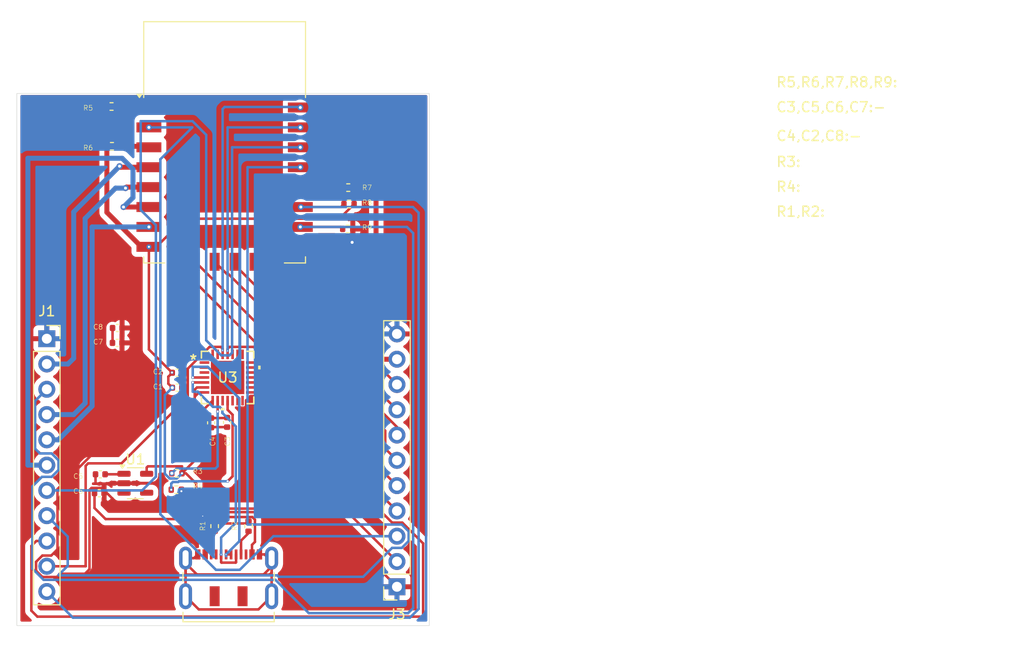
<source format=kicad_pcb>
(kicad_pcb (version 20240108) (generator "pcbnew") (generator_version "8.0")
  (layers (0 "F.Cu" signal) (31 "B.Cu" signal) (34 "B.Paste" user) (35 "F.Paste" user) (36 "B.SilkS" user "B.Silkscreen") (37 "F.SilkS" user "F.Silkscreen") (38 "B.Mask" user) (39 "F.Mask" user) (44 "Edge.Cuts" user))
  (net 0 "")
  (net 1 "Net-(C1-Pad2)")
  (net 2 "+3V3")
  (net 3 "Net-(C3-Pad2)")
  (net 4 "Net-(U3-VBUS)")
  (net 5 "Net-(U1-VIN)")
  (net 6 "Net-(C7-Pad1)")
  (net 7 "/GPIO4")
  (net 8 "/GPIO14")
  (net 9 "/GPIO5")
  (net 10 "/GPIO15")
  (net 11 "/GPIO2")
  (net 12 "/GPIO12")
  (net 13 "/RXD")
  (net 14 "/TXD")
  (net 18 "/GPIO16")
  (net 20 "/GPIO13")
  (net 22 "Net-(J2-VBUS-PadA4)")
  (net 23 "/Data+")
  (net 24 "Net-(U3-*RST)")
  (net 25 "Net-(U3-*SUSPEND)")
  (net 28 "Net-(J2-SHIELD)")
  (net 33 "Net-(U2-EN)")
  (net 34 "/Data-")
  (net 38 "Net-(J2-CC2)")
  (net 40 "GND")
  (net 41 "Net-(J2-CC1)")
  (net 42 "/GPIO0")
  (net 43 "/MISO")
  (net 44 "/ADC")
  (net 45 "/GPIO9")
  (net 48 "/CS0")
  (net 49 "/GPIO10")
  (net 50 "/MOSI")
  (net 51 "/SCLK")
  (net 52 "Net-(R1-Pad2)")
  (net 53 "/nRST")
  (footprint "Capacitor_SMD:C_0402_1005Metric" (layer "F.Cu") (at 88.77 75.75)
    (property "Reference" "C7")
    (property "Value" "1uF" (hide yes))
  )
  (footprint "footprints:QFN28_5X5_SIL" (layer "F.Cu") (at 99.850001 79.2241)
    (property "Reference" "U3")
    (property "Value" "CP2102-GM")
  )
  (footprint "Connector_PinSocket_2.54mm:PinSocket_1x11_P2.54mm_Vertical" (layer "F.Cu") (at 81.7 75.33)
    (property "Reference" "J1")
    (property "Value" "Conn_01x11_Socket")
  )
  (footprint "RF_Module:ESP-12E" (layer "F.Cu") (at 99.55 55.6)
    (property "Reference" "U2" (hide yes))
    (property "Value" "ESP-12E")
  )
  (footprint "Resistor_SMD:R_0402_1005Metric" (layer "F.Cu") (at 112.04 61.8)
    (property "Reference" "R8")
    (property "Value" "12K ohm/0402" (hide yes))
  )
  (footprint "Capacitor_SMD:C_0402_1005Metric" (layer "F.Cu") (at 98.2 83.78 90)
    (property "Reference" "C4")
    (property "Value" "0.1uF/0402" (hide yes))
  )
  (footprint "Resistor_SMD:R_0402_1005Metric" (layer "F.Cu") (at 88.24 56)
    (property "Reference" "R6")
    (property "Value" "12K ohm/0402" (hide yes))
  )
  (footprint "Resistor_SMD:R_0402_1005Metric" (layer "F.Cu") (at 94.7 90.5)
    (property "Reference" "R4")
    (property "Value" "10K ohm/0402")
  )
  (footprint "Connector_USB:USB_C_Receptacle_JAE_DX07S016JA1R1500" (layer "F.Cu") (at 99.95 100.05)
    (property "Reference" "J2" (hide yes))
    (property "Value" "USB_C_Receptacle")
  )
  (footprint "Capacitor_SMD:C_0402_1005Metric" (layer "F.Cu") (at 87.07 88.95 180)
    (property "Reference" "C5")
    (property "Value" "1uF/0402" (hide yes))
  )
  (footprint "Capacitor_SMD:C_0402_1005Metric" (layer "F.Cu") (at 94.78 80.25)
    (property "Reference" "C1")
    (property "Value" "1uF/0402" (hide yes))
  )
  (footprint "Resistor_SMD:R_0402_1005Metric" (layer "F.Cu") (at 111.91 64.3)
    (property "Reference" "R9")
    (property "Value" "12K ohm/0402")
  )
  (footprint "Resistor_SMD:R_0402_1005Metric" (layer "F.Cu") (at 98.55 94.16 90)
    (property "Reference" "R1")
    (property "Value" "5.1K ohm/0402")
  )
  (footprint "Capacitor_SMD:C_0402_1005Metric" (layer "F.Cu") (at 88.78 74.25)
    (property "Reference" "C8")
    (property "Value" "0.1 uF" (hide yes))
  )
  (footprint "Capacitor_SMD:C_0402_1005Metric" (layer "F.Cu") (at 94.77 78.75)
    (property "Reference" "C2")
    (property "Value" "0.1uF/0402")
  )
  (footprint "Capacitor_SMD:C_0402_1005Metric" (layer "F.Cu") (at 86.97 90.85)
    (property "Reference" "C6")
    (property "Value" "1uF/0402" (hide yes))
  )
  (footprint "Package_TO_SOT_SMD:SOT-23-5" (layer "F.Cu") (at 90.5875 89.85)
    (property "Reference" "U1")
    (property "Value" "MIC5504-3.3YM5")
  )
  (footprint "Resistor_SMD:R_0402_1005Metric" (layer "F.Cu") (at 94.76 88.85)
    (property "Reference" "R3")
    (property "Value" "4.7K ohm/0402")
  )
  (footprint "Resistor_SMD:R_0402_1005Metric" (layer "F.Cu") (at 111.96 60.15)
    (property "Reference" "R7")
    (property "Value" "12K ohm/0402" (hide yes))
  )
  (footprint "Capacitor_SMD:C_0402_1005Metric" (layer "F.Cu") (at 99.8 83.73 90)
    (property "Reference" "C3")
    (property "Value" "1uF/0402")
  )
  (footprint "Resistor_SMD:R_0402_1005Metric" (layer "F.Cu") (at 101.95 94.16 90)
    (property "Reference" "R2" (hide yes))
    (property "Value" "5.1K ohm/0402" (hide yes))
  )
  (footprint "Connector_PinSocket_2.54mm:PinSocket_1x11_P2.54mm_Vertical" (layer "F.Cu") (at 116.85 100.25 180)
    (property "Reference" "J3")
    (property "Value" "Conn_01x11_Socket")
  )
  (footprint "Resistor_SMD:R_0402_1005Metric" (layer "F.Cu") (at 88.2 52)
    (property "Reference" "R5")
    (property "Value" "12K ohm/0402" (hide yes))
  )
  (gr_rect (start 78.691387 50.691387) (end 120.1 104.15) (stroke (width 0.05)) (fill none) (layer "Edge.Cuts"))
  (gr_text "C4,C2,C8:-\n\n" (at 154.85 57.15 0) (layer "F.SilkS") (effects (font (size 1 1)) (justify left bottom)))
  (gr_text "C3,C5,C6,C7:-" (at 154.85 52.65 0) (layer "F.SilkS") (effects (font (size 1 1)) (justify left bottom)))
  (gr_text "R4:" (at 154.85 60.65 0) (layer "F.SilkS") (effects (font (size 1 1)) (justify left bottom)))
  (gr_text "R1,R2:" (at 154.85 63.15 0) (layer "F.SilkS") (effects (font (size 1 1)) (justify left bottom)))
  (gr_text "R5,R6,R7,R8,R9:\n" (at 154.85 50.15 0) (layer "F.SilkS") (effects (font (size 1 1)) (justify left bottom)))
  (gr_text "R3:" (at 154.85 58.15 0) (layer "F.SilkS") (effects (font (size 1 1)) (justify left bottom)))
  (gr_text "R2" (at 100.85 94.65 90) (layer "F.SilkS") (effects (font (size 0.5 0.5) (thickness 0.05)) (justify left bottom)))
  (segment (start 95.25 78.75) (end 95.25 80.24) (width 0.25) (layer "F.Cu") (net 1))
  (segment (start 95.25 80.24) (end 95.26 80.25) (width 0.25) (layer "F.Cu") (net 1))
  (segment (start 112.55 61.8) (end 111.075 63.275) (width 0.25) (layer "F.Cu") (net 2))
  (segment (start 96.55 80.45) (end 96.55 81.15) (width 0.25) (layer "F.Cu") (net 2))
  (segment (start 91.95 66.1) (end 91.95 76.41) (width 0.25) (layer "F.Cu") (net 2))
  (segment (start 94.27 78.73) (end 94.29 78.75) (width 0.25) (layer "F.Cu") (net 2))
  (segment (start 86.49 92.34) (end 87.6 93.45) (width 0.25) (layer "F.Cu") (net 2))
  (segment (start 96.9759 80.7241) (end 96.55 81.15) (width 0.25) (layer "F.Cu") (net 2))
  (segment (start 86.75 52.94) (end 86.75 55.02) (width 0.5) (layer "F.Cu") (net 2))
  (segment (start 91.725 88.275) (end 91.85 88.15) (width 0.25) (layer "F.Cu") (net 2))
  (segment (start 91.85 88.15) (end 95.27 88.15) (width 0.25) (layer "F.Cu") (net 2))
  (segment (start 111.54 92.4) (end 116.85 97.71) (width 0.25) (layer "F.Cu") (net 2))
  (segment (start 93.9 79.85) (end 94.3 80.25) (width 0.25) (layer "F.Cu") (net 2))
  (segment (start 87.73 62.63) (end 91.2 66.1) (width 0.5) (layer "F.Cu") (net 2))
  (segment (start 86.75 55.02) (end 87.73 56) (width 0.5) (layer "F.Cu") (net 2))
  (segment (start 91.2 66.1) (end 91.95 66.1) (width 0.5) (layer "F.Cu") (net 2))
  (segment (start 91.725 88.9) (end 91.725 88.275) (width 0.25) (layer "F.Cu") (net 2))
  (segment (start 94.29 78.75) (end 93.9 79.14) (width 0.25) (layer "F.Cu") (net 2))
  (segment (start 87.69 52) (end 86.75 52.94) (width 0.5) (layer "F.Cu") (net 2))
  (segment (start 93.9 79.14) (end 93.9 79.85) (width 0.25) (layer "F.Cu") (net 2))
  (segment (start 92.7 66.1) (end 91.95 66.1) (width 0.25) (layer "F.Cu") (net 2))
  (segment (start 87.6 93.45) (end 95.55 93.45) (width 0.25) (layer "F.Cu") (net 2))
  (segment (start 96.7 92.3) (end 96.8 92.4) (width 0.25) (layer "F.Cu") (net 2))
  (segment (start 96.775899 80.224101) (end 96.55 80.45) (width 0.25) (layer "F.Cu") (net 2))
  (segment (start 96.8 92.4) (end 111.54 92.4) (width 0.25) (layer "F.Cu") (net 2))
  (segment (start 86.49 90.85) (end 86.49 92.34) (width 0.25) (layer "F.Cu") (net 2))
  (segment (start 111.075 63.275) (end 95.525 63.275) (width 0.25) (layer "F.Cu") (net 2))
  (segment (start 95.55 93.45) (end 96.7 92.3) (width 0.25) (layer "F.Cu") (net 2))
  (segment (start 95.525 63.275) (end 92.7 66.1) (width 0.25) (layer "F.Cu") (net 2))
  (segment (start 96.7 89.89) (end 95.66 88.85) (width 0.25) (layer "F.Cu") (net 2))
  (segment (start 97.525901 80.224101) (end 96.775899 80.224101) (width 0.25) (layer "F.Cu") (net 2))
  (segment (start 87.73 56) (end 87.73 62.63) (width 0.5) (layer "F.Cu") (net 2))
  (segment (start 96.55 87.57) (end 95.27 88.85) (width 0.25) (layer "F.Cu") (net 2))
  (segment (start 95.66 88.85) (end 95.27 88.85) (width 0.25) (layer "F.Cu") (net 2))
  (segment (start 96.7 92.3) (end 96.7 89.89) (width 0.25) (layer "F.Cu") (net 2))
  (segment (start 95.27 88.15) (end 95.27 88.85) (width 0.25) (layer "F.Cu") (net 2))
  (segment (start 97.525901 80.7241) (end 96.9759 80.7241) (width 0.25) (layer "F.Cu") (net 2))
  (segment (start 96.55 81.15) (end 96.55 87.57) (width 0.25) (layer "F.Cu") (net 2))
  (segment (start 91.95 76.41) (end 94.27 78.73) (width 0.25) (layer "F.Cu") (net 2))
  (via (at 94.27 78.73) (size 0.3) (drill 0.2) (layers "F.Cu" "B.Cu") (net 2))
  (via (at 95.27 88.85) (size 0.3) (drill 0.2) (layers "F.Cu" "B.Cu") (net 2))
  (via (at 116.85 97.71) (size 0.6) (drill 0.3) (layers "F.Cu" "B.Cu") (net 2))
  (via (at 94.3 80.25) (size 0.5) (drill 0.3) (layers "F.Cu" "B.Cu") (net 2))
  (via (at 91.95 66.1) (size 0.5) (drill 0.2) (layers "F.Cu" "B.Cu") (net 2))
  (segment (start 94.3 80.25) (end 93.55 81) (width 0.25) (layer "B.Cu") (net 2))
  (segment (start 94.745 89.375) (end 95.27 88.85) (width 0.25) (layer "B.Cu") (net 2))
  (segment (start 93.55 81) (end 93.55 88.892463) (width 0.25) (layer "B.Cu") (net 2))
  (segment (start 93.55 88.892463) (end 94.032537 89.375) (width 0.25) (layer "B.Cu") (net 2))
  (segment (start 94.032537 89.375) (end 94.745 89.375) (width 0.25) (layer "B.Cu") (net 2))
  (segment (start 99.75 83.3) (end 99.8 83.25) (width 0.25) (layer "F.Cu") (net 3))
  (segment (start 98.2 83.3) (end 99.75 83.3) (width 0.25) (layer "F.Cu") (net 3))
  (segment (start 98.350001 81.5482) (end 97.565 82.333201) (width 0.25) (layer "F.Cu") (net 4))
  (segment (start 97.565 84.265) (end 97.75 84.45) (width 0.25) (layer "F.Cu") (net 4))
  (segment (start 98.25 84.21) (end 98.2 84.26) (width 0.25) (layer "F.Cu") (net 4))
  (segment (start 99.8 84.21) (end 98.25 84.21) (width 0.25) (layer "F.Cu") (net 4))
  (segment (start 97.565 82.333201) (end 97.565 84.265) (width 0.25) (layer "F.Cu") (net 4))
  (segment (start 97.75 84.45) (end 98.01 84.45) (width 0.25) (layer "F.Cu") (net 4))
  (segment (start 98.01 84.45) (end 98.2 84.26) (width 0.25) (layer "F.Cu") (net 4))
  (segment (start 89.4 88.95) (end 89.45 88.9) (width 0.25) (layer "F.Cu") (net 5))
  (segment (start 87.55 88.95) (end 89.4 88.95) (width 0.25) (layer "F.Cu") (net 5))
  (segment (start 88.3 74.25) (end 88.3 75.74) (width 0.25) (layer "F.Cu") (net 6))
  (segment (start 88.3 75.74) (end 88.29 75.75) (width 0.25) (layer "F.Cu") (net 6))
  (via (at 107.15 58.1) (size 0.6) (drill 0.3) (layers "F.Cu" "B.Cu") (net 7))
  (via (at 81.7 93.11) (size 0.6) (drill 0.3) (layers "F.Cu" "B.Cu") (net 7))
  (segment (start 117.336701 93.995) (end 118.025 94.683299) (width 0.25) (layer "B.Cu") (net 7))
  (segment (start 117.336701 96.345) (end 116.363299 96.345) (width 0.25) (layer "B.Cu") (net 7))
  (segment (start 101.85 58.1) (end 101.85 93.995) (width 0.25) (layer "B.Cu") (net 7))
  (segment (start 116.363299 96.345) (end 113.458299 99.25) (width 0.25) (layer "B.Cu") (net 7))
  (segment (start 101.85 93.995) (end 117.336701 93.995) (width 0.25) (layer "B.Cu") (net 7))
  (segment (start 83.8 95.21) (end 81.7 93.11) (width 0.25) (layer "B.Cu") (net 7))
  (segment (start 118.025 95.656701) (end 117.336701 96.345) (width 0.25) (layer "B.Cu") (net 7))
  (segment (start 82.875 99.075) (end 83.8 98.15) (width 0.25) (layer "B.Cu") (net 7))
  (segment (start 107.15 58.1) (end 101.85 58.1) (width 0.25) (layer "B.Cu") (net 7))
  (segment (start 104.840254 99.105) (end 82.905 99.105) (width 0.25) (layer "B.Cu") (net 7))
  (segment (start 82.905 99.105) (end 82.875 99.075) (width 0.25) (layer "B.Cu") (net 7))
  (segment (start 83.8 98.15) (end 83.8 95.21) (width 0.25) (layer "B.Cu") (net 7))
  (segment (start 113.458299 99.25) (end 104.985254 99.25) (width 0.25) (layer "B.Cu") (net 7))
  (segment (start 104.985254 99.25) (end 104.840254 99.105) (width 0.25) (layer "B.Cu") (net 7))
  (segment (start 118.025 94.683299) (end 118.025 95.656701) (width 0.25) (layer "B.Cu") (net 7))
  (segment (start 91.95 60.1) (end 89.7 60.1) (width 0.5) (layer "F.Cu") (net 8))
  (segment (start 89.7 60.1) (end 89.6 60.2) (width 0.5) (layer "F.Cu") (net 8))
  (via (at 89.6 60.2) (size 0.6) (drill 0.3) (layers "F.Cu" "B.Cu") (net 8))
  (via (at 81.7 82.95) (size 0.6) (drill 0.3) (layers "F.Cu" "B.Cu") (net 8))
  (segment (start 88.6 60.2) (end 85.55 63.25) (width 0.5) (layer "B.Cu") (net 8))
  (segment (start 84.4 82.95) (end 81.7 82.95) (width 0.5) (layer "B.Cu") (net 8))
  (segment (start 85.55 63.25) (end 85.55 81.8) (width 0.5) (layer "B.Cu") (net 8))
  (segment (start 85.55 81.8) (end 84.4 82.95) (width 0.5) (layer "B.Cu") (net 8))
  (segment (start 89.6 60.2) (end 88.6 60.2) (width 0.5) (layer "B.Cu") (net 8))
  (via (at 81.7 90.57) (size 0.6) (drill 0.3) (layers "F.Cu" "B.Cu") (net 9))
  (via (at 107.15 56.1) (size 0.6) (drill 0.3) (layers "F.Cu" "B.Cu") (net 9))
  (segment (start 100.036396 77) (end 99.213604 77) (width 0.25) (layer "B.Cu") (net 9))
  (segment (start 97.7 54.85) (end 96.325 53.475) (width 0.25) (layer "B.Cu") (net 9))
  (segment (start 100.3 76.736396) (end 100.036396 77) (width 0.25) (layer "B.Cu") (net 9))
  (segment (start 91.27 90.57) (end 81.7 90.57) (width 0.25) (layer "B.Cu") (net 9))
  (segment (start 99.213604 77) (end 97.7 75.486396) (width 0.25) (layer "B.Cu") (net 9))
  (segment (start 91.125 53.475) (end 91.125 62.391116) (width 0.25) (layer "B.Cu") (net 9))
  (segment (start 92.65 89.19) (end 91.27 90.57) (width 0.25) (layer "B.Cu") (net 9))
  (segment (start 107.15 56.1) (end 100.3 56.1) (width 0.25) (layer "B.Cu") (net 9))
  (segment (start 96.325 53.475) (end 91.125 53.475) (width 0.25) (layer "B.Cu") (net 9))
  (segment (start 91.125 62.391116) (end 92.65 63.916116) (width 0.25) (layer "B.Cu") (net 9))
  (segment (start 97.7 75.486396) (end 97.7 54.85) (width 0.25) (layer "B.Cu") (net 9))
  (segment (start 92.65 63.916116) (end 92.65 89.19) (width 0.25) (layer "B.Cu") (net 9))
  (segment (start 100.3 56.1) (end 100.3 76.736396) (width 0.25) (layer "B.Cu") (net 9))
  (segment (start 111.2 64.1) (end 111.4 64.3) (width 0.25) (layer "F.Cu") (net 10))
  (segment (start 107.15 64.1) (end 111.2 64.1) (width 0.25) (layer "F.Cu") (net 10))
  (via (at 107.15 64.1) (size 0.6) (drill 0.3) (layers "F.Cu" "B.Cu") (net 10))
  (via (at 81.7 80.41) (size 0.6) (drill 0.3) (layers "F.Cu" "B.Cu") (net 10))
  (segment (start 80.525 81.585) (end 81.7 80.41) (width 0.25) (layer "B.Cu") (net 10))
  (segment (start 81.005 86.855) (end 80.525 86.375) (width 0.25) (layer "B.Cu") (net 10))
  (segment (start 107.15 64.1) (end 117.85 64.1) (width 0.25) (layer "B.Cu") (net 10))
  (segment (start 81.38 99.555) (end 80.25 98.425) (width 0.25) (layer "B.Cu") (net 10))
  (segment (start 82.875 88.516701) (end 82.875 87.543299) (width 0.25) (layer "B.Cu") (net 10))
  (segment (start 118.475 102.388604) (end 117.963604 102.9) (width 0.25) (layer "B.Cu") (net 10))
  (segment (start 81.213299 89.205) (end 82.186701 89.205) (width 0.25) (layer "B.Cu") (net 10))
  (segment (start 80.25 90.168299) (end 81.213299 89.205) (width 0.25) (layer "B.Cu") (net 10))
  (segment (start 80.25 98.425) (end 80.25 90.168299) (width 0.25) (layer "B.Cu") (net 10))
  (segment (start 117.963604 102.9) (end 107.998858 102.9) (width 0.25) (layer "B.Cu") (net 10))
  (segment (start 80.525 86.375) (end 80.525 81.585) (width 0.25) (layer "B.Cu") (net 10))
  (segment (start 107.998858 102.9) (end 104.653858 99.555) (width 0.25) (layer "B.Cu") (net 10))
  (segment (start 118.475 64.725) (end 118.475 102.388604) (width 0.25) (layer "B.Cu") (net 10))
  (segment (start 82.186701 89.205) (end 82.875 88.516701) (width 0.25) (layer "B.Cu") (net 10))
  (segment (start 104.653858 99.555) (end 81.38 99.555) (width 0.25) (layer "B.Cu") (net 10))
  (segment (start 82.186701 86.855) (end 81.005 86.855) (width 0.25) (layer "B.Cu") (net 10))
  (segment (start 82.875 87.543299) (end 82.186701 86.855) (width 0.25) (layer "B.Cu") (net 10))
  (segment (start 117.85 64.1) (end 118.475 64.725) (width 0.25) (layer "B.Cu") (net 10))
  (segment (start 111.23 62.1) (end 111.53 61.8) (width 0.25) (layer "F.Cu") (net 11))
  (segment (start 107.15 62.1) (end 107.2 62.1) (width 0.25) (layer "F.Cu") (net 11))
  (segment (start 107.2 62.1) (end 111.23 62.1) (width 0.25) (layer "F.Cu") (net 11))
  (via (at 81.7 100.73) (size 0.6) (drill 0.3) (layers "F.Cu" "B.Cu") (net 11))
  (via (at 107.2 62.1) (size 0.6) (drill 0.3) (layers "F.Cu" "B.Cu") (net 11))
  (segment (start 84.32 103.35) (end 81.7 100.73) (width 0.25) (layer "B.Cu") (net 11))
  (segment (start 118.15 103.35) (end 84.32 103.35) (width 0.25) (layer "B.Cu") (net 11))
  (segment (start 119.025 62.675) (end 119.025 102.475) (width 0.25) (layer "B.Cu") (net 11))
  (segment (start 107.2 62.1) (end 118.45 62.1) (width 0.25) (layer "B.Cu") (net 11))
  (segment (start 118.45 62.1) (end 119.025 62.675) (width 0.25) (layer "B.Cu") (net 11))
  (segment (start 119.025 102.475) (end 118.15 103.35) (width 0.25) (layer "B.Cu") (net 11))
  (segment (start 91.95 62.1) (end 89.4 62.1) (width 0.5) (layer "F.Cu") (net 12))
  (via (at 81.7 88.03) (size 0.6) (drill 0.3) (layers "F.Cu" "B.Cu") (net 12))
  (via (at 89.4 62.1) (size 0.6) (drill 0.3) (layers "F.Cu" "B.Cu") (net 12))
  (segment (start 89.4 62.1) (end 90.35 61.15) (width 0.5) (layer "B.Cu") (net 12))
  (segment (start 90.35 61.15) (end 90.35 58.289339) (width 0.5) (layer "B.Cu") (net 12))
  (segment (start 79.8 57.2) (end 79.8 88.03) (width 0.5) (layer "B.Cu") (net 12))
  (segment (start 89.260661 57.2) (end 79.8 57.2) (width 0.5) (layer "B.Cu") (net 12))
  (segment (start 90.35 58.289339) (end 89.260661 57.2) (width 0.5) (layer "B.Cu") (net 12))
  (segment (start 79.8 88.03) (end 81.7 88.03) (width 0.5) (layer "B.Cu") (net 12))
  (segment (start 100.0404 76.15) (end 102.463604 76.15) (width 0.25) (layer "F.Cu") (net 13))
  (segment (start 99.85 76.3404) (end 100.0404 76.15) (width 0.25) (layer "F.Cu") (net 13))
  (segment (start 114.325 91.766701) (end 116.363299 93.805) (width 0.25) (layer "F.Cu") (net 13))
  (segment (start 80.75 103.25) (end 80.15 102.65) (width 0.25) (layer "F.Cu") (net 13))
  (segment (start 80.65 95.65) (end 81.7 95.65) (width 0.25) (layer "F.Cu") (net 13))
  (segment (start 119.475 95.891396) (end 119.475 103.25) (width 0.25) (layer "F.Cu") (net 13))
  (segment (start 80.15 96.15) (end 80.65 95.65) (width 0.25) (layer "F.Cu") (net 13))
  (segment (start 102.463604 76.15) (end 114.325 88.011396) (width 0.25) (layer "F.Cu") (net 13))
  (segment (start 114.325 88.011396) (end 114.325 91.766701) (width 0.25) (layer "F.Cu") (net 13))
  (segment (start 116.363299 93.805) (end 117.388604 93.805) (width 0.25) (layer "F.Cu") (net 13))
  (segment (start 80.15 102.65) (end 80.15 96.15) (width 0.25) (layer "F.Cu") (net 13))
  (segment (start 119.475 103.25) (end 80.75 103.25) (width 0.25) (layer "F.Cu") (net 13))
  (segment (start 117.388604 93.805) (end 119.475 95.891396) (width 0.25) (layer "F.Cu") (net 13))
  (segment (start 99.85 76.55) (end 99.85 76.3404) (width 0.25) (layer "F.Cu") (net 13))
  (via (at 107.15 54.1) (size 0.6) (drill 0.3) (layers "F.Cu" "B.Cu") (net 13))
  (via (at 99.85 76.55) (size 0.2) (drill 0.1) (layers "F.Cu" "B.Cu") (net 13))
  (via (at 81.7 95.65) (size 0.6) (drill 0.3) (layers "F.Cu" "B.Cu") (net 13))
  (segment (start 99.85 54.1) (end 99.85 76.55) (width 0.25) (layer "B.Cu") (net 13))
  (segment (start 107.15 54.1) (end 99.85 54.1) (width 0.25) (layer "B.Cu") (net 13))
  (segment (start 98.040401 76.15) (end 95.85 78.340401) (width 0.25) (layer "F.Cu") (net 14))
  (segment (start 99.35 76.5) (end 99.35 76.3404) (width 0.25) (layer "F.Cu") (net 14))
  (segment (start 99.35 76.3404) (end 99.1596 76.15) (width 0.25) (layer "F.Cu") (net 14))
  (segment (start 85.85 87.85) (end 85.6 88.1) (width 0.25) (layer "F.Cu") (net 14))
  (segment (start 89.2 87.85) (end 85.85 87.85) (width 0.25) (layer "F.Cu") (net 14))
  (segment (start 95.85 81.2) (end 89.2 87.85) (width 0.25) (layer "F.Cu") (net 14))
  (segment (start 99.1596 76.15) (end 98.040401 76.15) (width 0.25) (layer "F.Cu") (net 14))
  (segment (start 85.6 98.19) (end 81.7 98.19) (width 0.25) (layer "F.Cu") (net 14))
  (segment (start 95.85 78.340401) (end 95.85 81.2) (width 0.25) (layer "F.Cu") (net 14))
  (segment (start 85.6 88.1) (end 85.6 98.19) (width 0.25) (layer "F.Cu") (net 14))
  (via (at 107.15 52.1) (size 0.6) (drill 0.3) (layers "F.Cu" "B.Cu") (net 14))
  (via (at 81.7 98.19) (size 0.6) (drill 0.3) (layers "F.Cu" "B.Cu") (net 14))
  (via (at 99.35 76.5) (size 0.2) (drill 0.1) (layers "F.Cu" "B.Cu") (net 14))
  (segment (start 99.55 52.05) (end 99.35 52.25) (width 0.25) (layer "B.Cu") (net 14))
  (segment (start 99.35 52.25) (end 99.35 76.5) (width 0.25) (layer "B.Cu") (net 14))
  (segment (start 107.1 52.05) (end 99.55 52.05) (width 0.25) (layer "B.Cu") (net 14))
  (segment (start 107.15 52.1) (end 107.1 52.05) (width 0.25) (layer "B.Cu") (net 14))
  (segment (start 89.1 58.1) (end 89 58) (width 0.5) (layer "F.Cu") (net 18))
  (segment (start 91.95 58.1) (end 89.1 58.1) (width 0.5) (layer "F.Cu") (net 18))
  (via (at 81.7 77.87) (size 0.6) (drill 0.3) (layers "F.Cu" "B.Cu") (net 18))
  (via (at 89 58) (size 0.6) (drill 0.3) (layers "F.Cu" "B.Cu") (net 18))
  (segment (start 84.4 62.6) (end 84.4 77.3) (width 0.5) (layer "B.Cu") (net 18))
  (segment (start 83.83 77.87) (end 81.7 77.87) (width 0.5) (layer "B.Cu") (net 18))
  (segment (start 89 58) (end 84.4 62.6) (width 0.5) (layer "B.Cu") (net 18))
  (segment (start 84.4 77.3) (end 83.83 77.87) (width 0.5) (layer "B.Cu") (net 18))
  (via (at 91.95 64.1) (size 0.6) (drill 0.3) (layers "F.Cu" "B.Cu") (net 20))
  (via (at 81.7 85.49) (size 0.6) (drill 0.3) (layers "F.Cu" "B.Cu") (net 20))
  (segment (start 91.95 64.1) (end 86.25 64.1) (width 0.5) (layer "B.Cu") (net 20))
  (segment (start 86.25 82.08995) (end 82.84995 85.49) (width 0.5) (layer "B.Cu") (net 20))
  (segment (start 86.25 64.1) (end 86.25 82.08995) (width 0.5) (layer "B.Cu") (net 20))
  (segment (start 82.84995 85.49) (end 81.7 85.49) (width 0.5) (layer "B.Cu") (net 20))
  (segment (start 98.22072 93.245) (end 102.32928 93.245) (width 0.25) (layer "F.Cu") (net 22))
  (segment (start 102.595 95.74) (end 102.3 96.035) (width 0.25) (layer "F.Cu") (net 22))
  (segment (start 97.6 97) (end 97.6 93.86572) (width 0.25) (layer "F.Cu") (net 22))
  (segment (start 102.32928 93.245) (end 102.595 93.51072) (width 0.25) (layer "F.Cu") (net 22))
  (segment (start 102.3 96.035) (end 102.3 97) (width 0.25) (layer "F.Cu") (net 22))
  (segment (start 97.6 93.86572) (end 98.22072 93.245) (width 0.25) (layer "F.Cu") (net 22))
  (segment (start 102.595 93.51072) (end 102.595 95.74) (width 0.25) (layer "F.Cu") (net 22))
  (segment (start 97.525901 79.2241) (end 96.35 79.2241) (width 0.25) (layer "F.Cu") (net 23))
  (segment (start 100.2 97) (end 99.7 97) (width 0.25) (layer "F.Cu") (net 23))
  (via (at 99.7 97) (size 0.3) (drill 0.1) (layers "F.Cu" "B.Cu") (net 23))
  (via (at 96.35 79.2241) (size 0.3) (drill 0.2) (layers "F.Cu" "B.Cu") (net 23))
  (segment (start 101.025 95.675) (end 101.025 81.325) (width 0.25) (layer "B.Cu") (net 23))
  (segment (start 97.85 78.15) (end 96.35 78.15) (width 0.25) (layer "B.Cu") (net 23))
  (segment (start 96.35 78.15) (end 96.35 79.2241) (width 0.25) (layer "B.Cu") (net 23))
  (segment (start 99.7 97) (end 101.025 95.675) (width 0.25) (layer "B.Cu") (net 23))
  (segment (start 101.025 81.325) (end 97.85 78.15) (width 0.25) (layer "B.Cu") (net 23))
  (segment (start 99.7 97) (end 99.7 97.171752) (width 0.25) (layer "B.Cu") (net 23))
  (segment (start 98.85 81.5482) (end 98.85 82.65) (width 0.25) (layer "F.Cu") (net 24))
  (via (at 98.85 82.65) (size 0.3) (drill 0.2) (layers "F.Cu" "B.Cu") (net 24))
  (via (at 94.25 88.85) (size 0.5) (drill 0.3) (layers "F.Cu" "B.Cu") (net 24))
  (segment (start 98.625 88.375) (end 98.85 88.15) (width 0.25) (layer "B.Cu") (net 24))
  (segment (start 94.25 88.85) (end 94.725 88.375) (width 0.25) (layer "B.Cu") (net 24))
  (segment (start 94.725 88.375) (end 98.625 88.375) (width 0.25) (layer "B.Cu") (net 24))
  (segment (start 98.85 88.15) (end 98.85 82.65) (width 0.25) (layer "B.Cu") (net 24))
  (segment (start 99.850001 81.5482) (end 99.850001 82.469933) (width 0.25) (layer "F.Cu") (net 25))
  (segment (start 99.850001 82.469933) (end 100.35 82.969932) (width 0.25) (layer "F.Cu") (net 25))
  (segment (start 100.35 89.15) (end 99.85 89.65) (width 0.25) (layer "F.Cu") (net 25))
  (segment (start 100.35 82.969932) (end 100.35 89.15) (width 0.25) (layer "F.Cu") (net 25))
  (via (at 99.85 89.65) (size 0.3) (drill 0.2) (layers "F.Cu" "B.Cu") (net 25))
  (via (at 94.19 90.5) (size 0.3) (drill 0.2) (layers "F.Cu" "B.Cu") (net 25))
  (segment (start 94.964975 89.65) (end 99.85 89.65) (width 0.25) (layer "B.Cu") (net 25))
  (segment (start 94.19 89.885) (end 94.35 89.725) (width 0.25) (layer "B.Cu") (net 25))
  (segment (start 94.889975 89.725) (end 94.964975 89.65) (width 0.25) (layer "B.Cu") (net 25))
  (segment (start 94.19 90.5) (end 94.19 89.885) (width 0.25) (layer "B.Cu") (net 25))
  (segment (start 94.35 89.725) (end 94.889975 89.725) (width 0.25) (layer "B.Cu") (net 25))
  (segment (start 103.56 97) (end 103.05 97) (width 0.25) (layer "F.Cu") (net 28))
  (segment (start 96.78 99.025) (end 103.458148 99.025) (width 0.25) (layer "F.Cu") (net 28))
  (segment (start 104 97.44) (end 103.56 97) (width 0.25) (layer "F.Cu") (net 28))
  (segment (start 104.27 101.2) (end 102.945 102.525) (width 0.25) (layer "F.Cu") (net 28))
  (segment (start 95.63 97.375) (end 95.63 98.95) (width 0.25) (layer "F.Cu") (net 28))
  (segment (start 104 98.483148) (end 104 97.44) (width 0.25) (layer "F.Cu") (net 28))
  (segment (start 104.27 97.375) (end 104.27 101.2) (width 0.25) (layer "F.Cu") (net 28))
  (segment (start 102.945 102.525) (end 96.955 102.525) (width 0.25) (layer "F.Cu") (net 28))
  (segment (start 104.27 98.83) (end 104.27 97.375) (width 0.25) (layer "F.Cu") (net 28))
  (segment (start 95.63 98.95) (end 95.705 99.025) (width 0.25) (layer "F.Cu") (net 28))
  (segment (start 95.63 101.2) (end 95.63 97.375) (width 0.25) (layer "F.Cu") (net 28))
  (segment (start 96.475 97.375) (end 96.85 97) (width 0.25) (layer "F.Cu") (net 28))
  (segment (start 103.458148 99.025) (end 104 98.483148) (width 0.25) (layer "F.Cu") (net 28))
  (segment (start 96.955 102.525) (end 95.63 101.2) (width 0.25) (layer "F.Cu") (net 28))
  (segment (start 95.705 99.025) (end 104.075 99.025) (width 0.25) (layer "F.Cu") (net 28))
  (segment (start 104.075 99.025) (end 104.27 98.83) (width 0.25) (layer "F.Cu") (net 28))
  (segment (start 95.63 97.875) (end 96.78 99.025) (width 0.25) (layer "F.Cu") (net 28))
  (segment (start 95.63 97.375) (end 96.475 97.375) (width 0.25) (layer "F.Cu") (net 28))
  (segment (start 95.63 97.375) (end 95.63 97.875) (width 0.25) (layer "F.Cu") (net 28))
  (segment (start 91.85 56) (end 91.95 56.1) (width 0.5) (layer "F.Cu") (net 33))
  (segment (start 88.75 56) (end 91.85 56) (width 0.5) (layer "F.Cu") (net 33))
  (segment (start 99.24 97.825) (end 99.2 97.785) (width 0.25) (layer "F.Cu") (net 34))
  (segment (start 100.7 97) (end 100.7 97.785) (width 0.25) (layer "F.Cu") (net 34))
  (segment (start 99.2 97.785) (end 99.2 97) (width 0.25) (layer "F.Cu") (net 34))
  (segment (start 100.66 97.825) (end 99.24 97.825) (width 0.25) (layer "F.Cu") (net 34))
  (segment (start 100.7 97.785) (end 100.66 97.825) (width 0.25) (layer "F.Cu") (net 34))
  (segment (start 97.525901 79.724099) (end 96.35 79.724099) (width 0.25) (layer "F.Cu") (net 34))
  (via (at 96.35 79.724099) (size 0.3) (drill 0.2) (layers "F.Cu" "B.Cu") (net 34))
  (via (at 99.2 97) (size 0.3) (drill 0.1) (layers "F.Cu" "B.Cu") (net 34))
  (segment (start 99.2 97) (end 99.2 95.3) (width 0.25) (layer "B.Cu") (net 34))
  (segment (start 96.85 80.65) (end 96.35 80.65) (width 0.25) (layer "B.Cu") (net 34))
  (segment (start 99.325 82.453248) (end 99.046752 82.175) (width 0.25) (layer "B.Cu") (net 34))
  (segment (start 100.675 93.825) (end 100.675 84.139124) (width 0.25) (layer "B.Cu") (net 34))
  (segment (start 99.2 95.3) (end 100.675 93.825) (width 0.25) (layer "B.Cu") (net 34))
  (segment (start 98.375 82.175) (end 96.85 80.65) (width 0.25) (layer "B.Cu") (net 34))
  (segment (start 99.325 82.789124) (end 99.325 82.453248) (width 0.25) (layer "B.Cu") (net 34))
  (segment (start 96.35 80.65) (end 96.35 79.724099) (width 0.25) (layer "B.Cu") (net 34))
  (segment (start 100.675 84.139124) (end 99.325 82.789124) (width 0.25) (layer "B.Cu") (net 34))
  (segment (start 99.046752 82.175) (end 98.375 82.175) (width 0.25) (layer "B.Cu") (net 34))
  (segment (start 101.2 95.61) (end 101.2 97) (width 0.25) (layer "F.Cu") (net 38))
  (segment (start 101.95 94.86) (end 101.2 95.61) (width 0.25) (layer "F.Cu") (net 38))
  (segment (start 113.8 63.95) (end 113.45 64.3) (width 0.5) (layer "F.Cu") (net 40))
  (segment (start 86.194932 90.315) (end 87.215 90.315) (width 0.25) (layer "F.Cu") (net 40))
  (segment (start 90.15 74.25) (end 90.3 74.4) (width 0.25) (layer "F.Cu") (net 40))
  (segment (start 87.45 91.45) (end 87.45 90.85) (width 0.25) (layer "F.Cu") (net 40))
  (segment (start 81.25472 99.265) (end 85.205001 99.265) (width 0.25) (layer "F.Cu") (net 40))
  (segment (start 87.45 90.1) (end 87.45 90.85) (width 0.25) (layer "F.Cu") (net 40))
  (segment (start 113.8 60.7) (end 113.8 63.95) (width 0.5) (layer "F.Cu") (net 40))
  (segment (start 109.35 92.75) (end 97.75 92.75) (width 0.25) (layer "F.Cu") (net 40))
  (segment (start 90.3 75.15) (end 90.3 75.6) (width 0.25) (layer "F.Cu") (net 40))
  (segment (start 90.3 74.4) (end 90.3 75.15) (width 0.25) (layer "F.Cu") (net 40))
  (segment (start 89.45 89.85) (end 87.7 89.85) (width 0.25) (layer "F.Cu") (net 40))
  (segment (start 87.7 89.85) (end 87.45 90.1) (width 0.25) (layer "F.Cu") (net 40))
  (segment (start 90.15 75.75) (end 89.25 75.75) (width 0.25) (layer "F.Cu") (net 40))
  (segment (start 89.35 92.45) (end 88.45 92.45) (width 0.25) (layer "F.Cu") (net 40))
  (segment (start 87.215 90.315) (end 89.35 92.45) (width 0.25) (layer "F.Cu") (net 40))
  (segment (start 116.85 100.25) (end 109.35 92.75) (width 0.25) (layer "F.Cu") (net 40))
  (segment (start 90.3 82.905025) (end 82.775 90.430025) (width 0.25) (layer "F.Cu") (net 40))
  (segment (start 82.14528 97.115) (end 81.25472 97.115) (width 0.25) (layer "F.Cu") (net 40))
  (segment (start 85.205001 99.265) (end 85.985 98.485001) (width 0.25) (layer "F.Cu") (net 40))
  (segment (start 113.25 60.15) (end 113.8 60.7) (width 0.5) (layer "F.Cu") (net 40))
  (segment (start 85.985 90.524932) (end 86.194932 90.315) (width 0.25) (layer "F.Cu") (net 40))
  (segment (start 82.775 90.430025) (end 82.775 96.48528) (width 0.25) (layer "F.Cu") (net 40))
  (segment (start 112.47 60.15) (end 113.25 60.15) (width 0.5) (layer "F.Cu") (net 40))
  (segment (start 90.3 75.15) (end 90.3 82.905025) (width 0.25) (layer "F.Cu") (net 40))
  (segment (start 82.775 96.48528) (end 82.14528 97.115) (width 0.25) (layer "F.Cu") (net 40))
  (segment (start 80.625 98.63528) (end 81.25472 99.265) (width 0.25) (layer "F.Cu") (net 40))
  (segment (start 93.579999 92.45) (end 89.35 92.45) (width 0.25) (layer "F.Cu") (net 40))
  (segment (start 95.21 90.65) (end 95.21 90.819999) (width 0.25) (layer "F.Cu") (net 40))
  (segment (start 85.985 98.485001) (end 85.985 90.524932) (width 0.25) (layer "F.Cu") (net 40))
  (segment (start 89.26 74.25) (end 90.15 74.25) (width 0.25) (layer "F.Cu") (net 40))
  (segment (start 88.45 92.45) (end 87.45 91.45) (width 0.25) (layer "F.Cu") (net 40))
  (segment (start 95.21 90.819999) (end 93.579999 92.45) (width 0.25) (layer "F.Cu") (net 40))
  (segment (start 81.25472 97.115) (end 80.625 97.74472) (width 0.25) (layer "F.Cu") (net 40))
  (segment (start 95.21 90.5) (end 95.21 90.65) (width 0.25) (layer "F.Cu") (net 40))
  (segment (start 97.75 92.75) (end 97.35 93.15) (width 0.25) (layer "F.Cu") (net 40))
  (segment (start 112.42 65.58) (end 112.35 65.65) (width 0.5) (layer "F.Cu") (net 40))
  (segment (start 112.42 64.3) (end 112.42 65.58) (width 0.5) (layer "F.Cu") (net 40))
  (segment (start 80.625 97.74472) (end 80.625 98.63528) (width 0.25) (layer "F.Cu") (net 40))
  (segment (start 113.45 64.3) (end 112.42 64.3) (width 0.5) (layer "F.Cu") (net 40))
  (segment (start 90.3 75.6) (end 90.15 75.75) (width 0.25) (layer "F.Cu") (net 40))
  (via (at 116.85 74.85) (size 0.6) (drill 0.3) (layers "F.Cu" "B.Cu") (net 40))
  (via (at 95.21 90.65) (size 0.3) (drill 0.2) (layers "F.Cu" "B.Cu") (net 40))
  (via (at 116.85 100.25) (size 0.6) (drill 0.3) (layers "F.Cu" "B.Cu") (net 40))
  (via (at 112.35 65.65) (size 0.6) (drill 0.3) (layers "F.Cu" "B.Cu") (net 40))
  (via (at 97.35 93.15) (size 0.2) (drill 0.1) (layers "F.Cu" "B.Cu") (net 40))
  (segment (start 95.21 90.65) (end 95.21 91.51) (width 0.25) (layer "B.Cu") (net 40))
  (segment (start 112.35 70.35) (end 112.35 65.65) (width 0.25) (layer "B.Cu") (net 40))
  (segment (start 116.85 74.85) (end 112.35 70.35) (width 0.25) (layer "B.Cu") (net 40))
  (segment (start 96.85 93.15) (end 97.35 93.15) (width 0.25) (layer "B.Cu") (net 40))
  (segment (start 95.21 91.51) (end 96.85 93.15) (width 0.25) (layer "B.Cu") (net 40))
  (segment (start 98.2 95.26) (end 98.2 97) (width 0.25) (layer "F.Cu") (net 41))
  (segment (start 98.55 94.91) (end 98.2 95.26) (width 0.25) (layer "F.Cu") (net 41))
  (segment (start 111.6 58.6) (end 114.25 58.6) (width 0.5) (layer "F.Cu") (net 42))
  (segment (start 114.75 59.1) (end 114.75 76.9) (width 0.5) (layer "F.Cu") (net 42))
  (segment (start 115.24 77.39) (end 116.85 77.39) (width 0.5) (layer "F.Cu") (net 42))
  (segment (start 114.75 76.9) (end 115.24 77.39) (width 0.5) (layer "F.Cu") (net 42))
  (segment (start 107.15 60.1) (end 111.4 60.1) (width 0.25) (layer "F.Cu") (net 42))
  (segment (start 114.25 58.6) (end 114.75 59.1) (width 0.5) (layer "F.Cu") (net 42))
  (segment (start 111.45 58.75) (end 111.6 58.6) (width 0.5) (layer "F.Cu") (net 42))
  (segment (start 111.45 60.15) (end 111.45 58.75) (width 0.5) (layer "F.Cu") (net 42))
  (segment (start 111.4 60.1) (end 111.45 60.15) (width 0.5) (layer "F.Cu") (net 42))
  (via (at 116.85 77.39) (size 0.6) (drill 0.3) (layers "F.Cu" "B.Cu") (net 42))
  (segment (start 115.225 86.225) (end 115.225 88.465) (width 0.25) (layer "F.Cu") (net 43))
  (segment (start 96.6 67.6) (end 115.225 86.225) (width 0.25) (layer "F.Cu") (net 43))
  (segment (start 115.225 88.465) (end 116.85 90.09) (width 0.25) (layer "F.Cu") (net 43))
  (segment (start 96.55 67.6) (end 96.6 67.6) (width 0.25) (layer "F.Cu") (net 43))
  (via (at 116.85 90.09) (size 0.6) (drill 0.3) (layers "F.Cu" "B.Cu") (net 43))
  (via (at 116.85 95.17) (size 0.6) (drill 0.3) (layers "F.Cu" "B.Cu") (net 44))
  (via (at 91.95 54.1) (size 0.6) (drill 0.3) (layers "F.Cu" "B.Cu") (net 44))
  (segment (start 98.683858 98.55) (end 101.066852 98.55) (width 0.25) (layer "B.Cu") (net 44))
  (segment (start 96.3 54.1) (end 93.1 57.3) (width 0.25) (layer "B.Cu") (net 44))
  (segment (start 91.95 54.1) (end 96.3 54.1) (width 0.25) (layer "B.Cu") (net 44))
  (segment (start 104.446852 95.17) (end 116.85 95.17) (width 0.25) (layer "B.Cu") (net 44))
  (segment (start 93.1 92.966142) (end 98.683858 98.55) (width 0.25) (layer "B.Cu") (net 44))
  (segment (start 93.1 57.3) (end 93.1 92.966142) (width 0.25) (layer "B.Cu") (net 44))
  (segment (start 101.066852 98.55) (end 104.446852 95.17) (width 0.25) (layer "B.Cu") (net 44))
  (segment (start 115.675 84.575) (end 115.675 86.375) (width 0.25) (layer "F.Cu") (net 45))
  (segment (start 99.775 68.825) (end 99.925 68.825) (width 0.25) (layer "F.Cu") (net 45))
  (segment (start 99.925 68.825) (end 115.675 84.575) (width 0.25) (layer "F.Cu") (net 45))
  (segment (start 98.55 67.6) (end 99.775 68.825) (width 0.25) (layer "F.Cu") (net 45))
  (segment (start 115.675 86.375) (end 116.85 87.55) (width 0.25) (layer "F.Cu") (net 45))
  (via (at 116.85 87.55) (size 0.6) (drill 0.3) (layers "F.Cu" "B.Cu") (net 45))
  (segment (start 114.775 87.825) (end 114.775 90.555) (width 0.25) (layer "F.Cu") (net 48))
  (segment (start 94.55 67.6) (end 114.775 87.825) (width 0.25) (layer "F.Cu") (net 48))
  (segment (start 114.775 90.555) (end 116.85 92.63) (width 0.25) (layer "F.Cu") (net 48))
  (via (at 116.85 92.63) (size 0.6) (drill 0.3) (layers "F.Cu" "B.Cu") (net 48))
  (segment (start 116.85 84.2) (end 116.85 85.01) (width 0.25) (layer "F.Cu") (net 49))
  (segment (start 100.55 67.9) (end 116.85 84.2) (width 0.25) (layer "F.Cu") (net 49))
  (segment (start 100.55 67.6) (end 100.55 67.9) (width 0.25) (layer "F.Cu") (net 49))
  (via (at 116.85 85.01) (size 0.6) (drill 0.3) (layers "F.Cu" "B.Cu") (net 49))
  (segment (start 102.55 68.17) (end 116.69 82.31) (width 0.25) (layer "F.Cu") (net 50))
  (segment (start 102.55 67.6) (end 102.55 68.17) (width 0.25) (layer "F.Cu") (net 50))
  (segment (start 116.69 82.31) (end 116.85 82.47) (width 0.25) (layer "F.Cu") (net 50))
  (via (at 116.85 82.47) (size 0.6) (drill 0.3) (layers "F.Cu" "B.Cu") (net 50))
  (segment (start 104.55 67.63) (end 116.85 79.93) (width 0.25) (layer "F.Cu") (net 51))
  (segment (start 104.55 67.6) (end 104.55 67.63) (width 0.25) (layer "F.Cu") (net 51))
  (via (at 116.85 79.93) (size 0.6) (drill 0.3) (layers "F.Cu" "B.Cu") (net 51))
  (segment (start 101.9 93.89) (end 101.95 93.84) (width 0.25) (layer "F.Cu") (net 52))
  (segment (start 98.55 93.89) (end 101.9 93.89) (width 0.25) (layer "F.Cu") (net 52))
  (segment (start 91.85 52) (end 91.95 52.1) (width 0.25) (layer "F.Cu") (net 53))
  (segment (start 88.71 52) (end 91.85 52) (width 0.25) (layer "F.Cu") (net 53))
  (zone (net 40) (net_name "GND") (layer "F.Cu") (priority 1) (connect_pads (clearance 0.5)) (min_thickness 0.25) (fill yes (thermal_gap 0.5) (thermal_bridge_width 0.5))
    (polygon (pts (xy 79.05 50.85) (xy 120.1 50.85) (xy 120.1 104.45) (xy 79.05 104.45)))
  )
  (zone (net 40) (net_name "GND") (layers "F&B.Cu") (connect_pads (clearance 0.5)) (min_thickness 0.25) (fill yes (thermal_gap 0.5) (thermal_bridge_width 0.5))
    (polygon (pts (xy 120.1 50.85) (xy 120.1 104.45) (xy 79.05 104.45) (xy 79.05 50.85)))
  )
)
</source>
